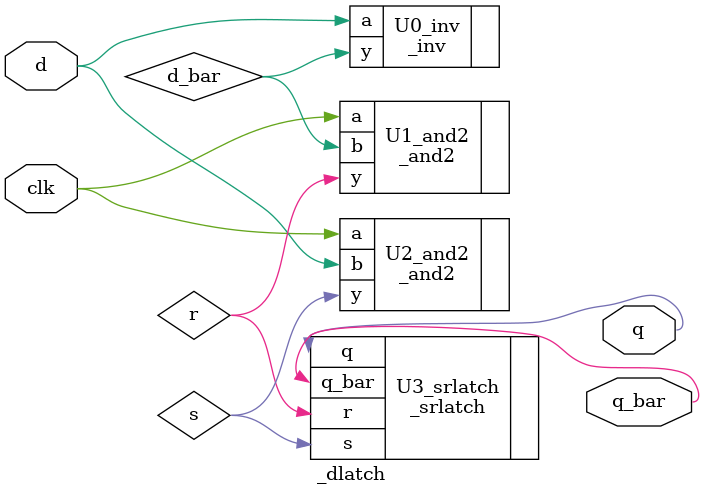
<source format=v>
module _dlatch(clk, d, q, q_bar);		// D latch
    input clk, d;
    output q, q_bar;
    wire d_bar, r, s;

    _inv U0_inv(.a(d), .y(d_bar)); // instance inverter
    _and2 U1_and2(.a(clk), .b(d_bar), .y(r)); // instance AND gate
    _and2 U2_and2(.a(clk), .b(d), .y(s));		// instance AND gate
    _srlatch U3_srlatch(.r(r), .s(s), .q(q), .q_bar(q_bar)); // instance SR latch
endmodule

</source>
